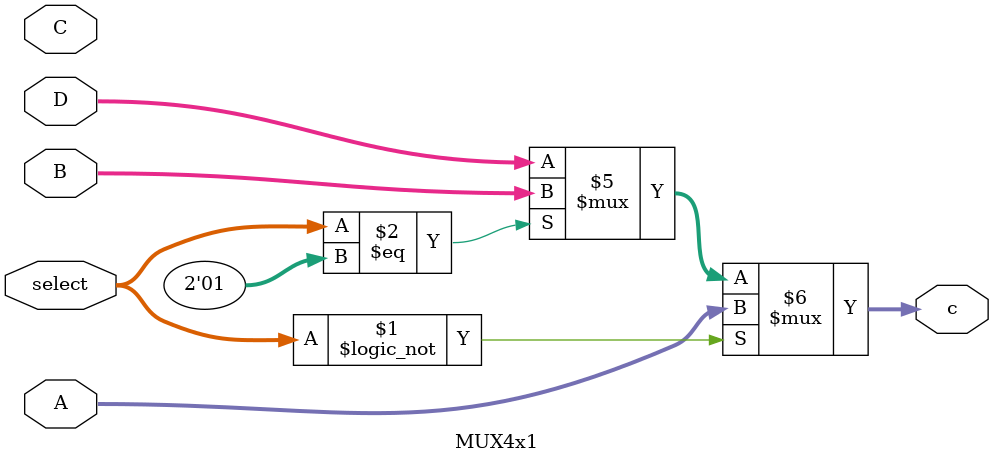
<source format=v>

`timescale 1ns / 1ps

/*******************************************************************  
*  
* Module: MUX4x1.v  
* Project: SSRisc  
* Author: Mariane, Lobna, Shahd.  
* Description: a 32 bit 4 by 1 multiplexer
*  
* Change history: 01/07/19 - created to be used for the updating the PC and RD
*  **********************************************************************/ 


module MUX4x1(
input [31:0] A, 
input [31:0] B, 
input [31:0] C, 
input [31:0] D, 
input [1:0] select, 
output [31:0] c 
 );
 
assign c = (select == 00)? A: (select == 01)? B: (select == 10)?  C : D;

endmodule

</source>
